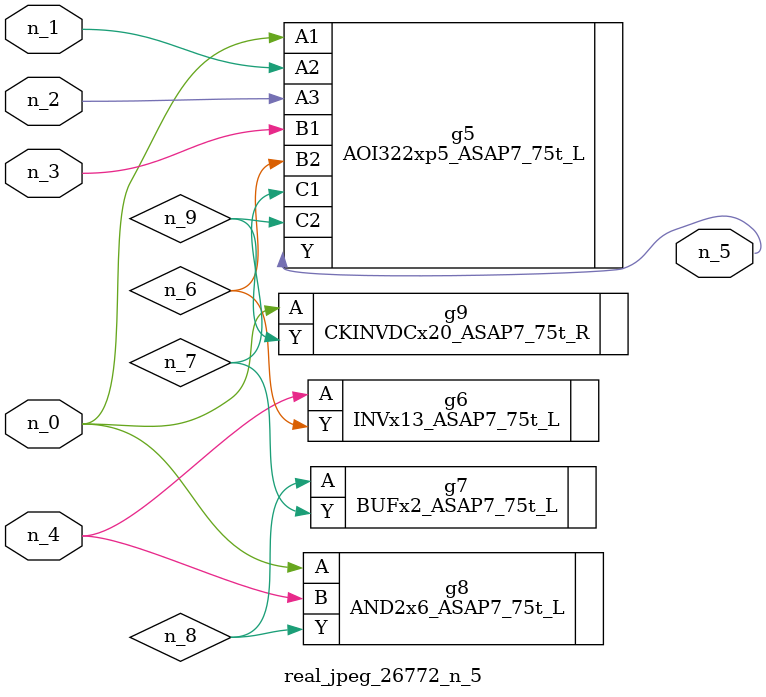
<source format=v>
module real_jpeg_26772_n_5 (n_4, n_0, n_1, n_2, n_3, n_5);

input n_4;
input n_0;
input n_1;
input n_2;
input n_3;

output n_5;

wire n_8;
wire n_6;
wire n_7;
wire n_9;

AOI322xp5_ASAP7_75t_L g5 ( 
.A1(n_0),
.A2(n_1),
.A3(n_2),
.B1(n_3),
.B2(n_6),
.C1(n_7),
.C2(n_9),
.Y(n_5)
);

AND2x6_ASAP7_75t_L g8 ( 
.A(n_0),
.B(n_4),
.Y(n_8)
);

CKINVDCx20_ASAP7_75t_R g9 ( 
.A(n_0),
.Y(n_9)
);

INVx13_ASAP7_75t_L g6 ( 
.A(n_4),
.Y(n_6)
);

BUFx2_ASAP7_75t_L g7 ( 
.A(n_8),
.Y(n_7)
);


endmodule
</source>
